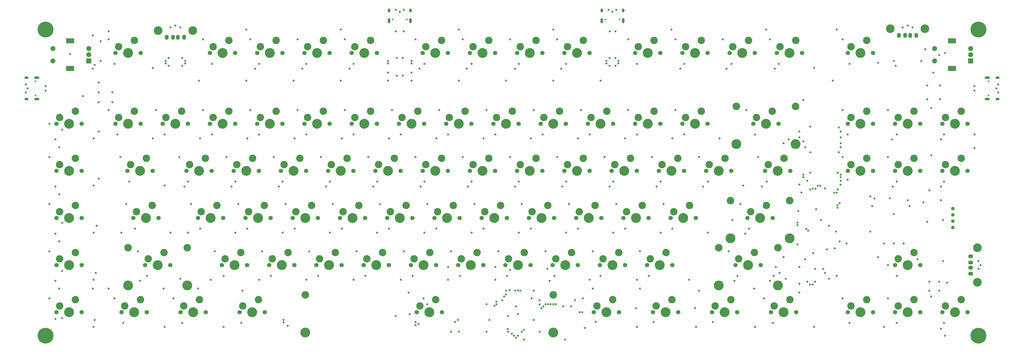
<source format=gts>
%TF.GenerationSoftware,KiCad,Pcbnew,(5.1.10)-1*%
%TF.CreationDate,2021-10-23T23:06:02-04:00*%
%TF.ProjectId,custom_keyboard (f303_ fe2.1),63757374-6f6d-45f6-9b65-79626f617264,rev?*%
%TF.SameCoordinates,Original*%
%TF.FileFunction,Soldermask,Top*%
%TF.FilePolarity,Negative*%
%FSLAX46Y46*%
G04 Gerber Fmt 4.6, Leading zero omitted, Abs format (unit mm)*
G04 Created by KiCad (PCBNEW (5.1.10)-1) date 2021-10-23 23:06:02*
%MOMM*%
%LPD*%
G01*
G04 APERTURE LIST*
%ADD10C,4.000000*%
%ADD11C,1.750000*%
%ADD12C,3.000000*%
%ADD13C,0.650000*%
%ADD14O,1.000000X2.100000*%
%ADD15O,1.000000X1.600000*%
%ADD16C,3.987800*%
%ADD17C,3.048000*%
%ADD18C,3.500000*%
%ADD19O,2.000000X1.500000*%
%ADD20O,2.100000X1.000000*%
%ADD21O,1.600000X1.000000*%
%ADD22C,2.000000*%
%ADD23R,3.200000X2.000000*%
%ADD24R,2.000000X2.000000*%
%ADD25O,1.500000X2.000000*%
%ADD26C,1.397000*%
%ADD27C,6.400000*%
%ADD28C,0.800000*%
G04 APERTURE END LIST*
D10*
%TO.C,MX78*%
X427010600Y-253984000D03*
D11*
X421930600Y-253984000D03*
X432090600Y-253984000D03*
D12*
X423200600Y-251444000D03*
X429550600Y-248904000D03*
%TD*%
%TO.C,MX19*%
X172391800Y-191757600D03*
X166041800Y-194297600D03*
D11*
X174931800Y-196837600D03*
X164771800Y-196837600D03*
D10*
X169851800Y-196837600D03*
%TD*%
D13*
%TO.C,USB1*%
X225126000Y-154671900D03*
X219346000Y-154671900D03*
D14*
X217916000Y-155201900D03*
X226556000Y-155201900D03*
D15*
X217916000Y-151021900D03*
X226556000Y-151021900D03*
%TD*%
D10*
%TO.C,MX83*%
X234141500Y-273032800D03*
D11*
X229061500Y-273032800D03*
X239221500Y-273032800D03*
D12*
X230331500Y-270492800D03*
X236681500Y-267952800D03*
D16*
X184135250Y-281313200D03*
D17*
X184135250Y-266073200D03*
D16*
X284135050Y-281313200D03*
D17*
X284135050Y-266073200D03*
%TD*%
D10*
%TO.C,MX84*%
X305574500Y-273032800D03*
D11*
X300494500Y-273032800D03*
X310654500Y-273032800D03*
D12*
X301764500Y-270492800D03*
X308114500Y-267952800D03*
%TD*%
D18*
%TO.C,USB4*%
X455119000Y-246984000D03*
D19*
X452409000Y-257484000D03*
X452409000Y-254984000D03*
X452409000Y-252984000D03*
D18*
X455119000Y-260984000D03*
D19*
X452409000Y-250484000D03*
%TD*%
D10*
%TO.C,MX32*%
X446059400Y-196837600D03*
D11*
X440979400Y-196837600D03*
X451139400Y-196837600D03*
D12*
X442249400Y-194297600D03*
X448599400Y-191757600D03*
%TD*%
D13*
%TO.C,USB7*%
X459651900Y-185441000D03*
X459651900Y-179661000D03*
D20*
X459121900Y-178231000D03*
X459121900Y-186871000D03*
D21*
X463301900Y-178231000D03*
X463301900Y-186871000D03*
%TD*%
D22*
%TO.C,ROT1*%
X82331400Y-166439200D03*
X82331400Y-171439200D03*
D23*
X89331400Y-163339200D03*
X89331400Y-174539200D03*
D22*
X96831400Y-166439200D03*
X96831400Y-168939200D03*
D24*
X96831400Y-171439200D03*
%TD*%
D22*
%TO.C,ROT2*%
X437909000Y-166439200D03*
X437909000Y-171439200D03*
D23*
X444909000Y-163339200D03*
X444909000Y-174539200D03*
D22*
X452409000Y-166439200D03*
X452409000Y-168939200D03*
D24*
X452409000Y-171439200D03*
%TD*%
D18*
%TO.C,USB6*%
X420010600Y-158411100D03*
D25*
X430510600Y-161121100D03*
X428010600Y-161121100D03*
X426010600Y-161121100D03*
D18*
X434010600Y-158411100D03*
D25*
X423510600Y-161121100D03*
%TD*%
%TO.C,USB3*%
X128254200Y-161914800D03*
D18*
X138754200Y-159204800D03*
D25*
X130754200Y-161914800D03*
X132754200Y-161914800D03*
X135254200Y-161914800D03*
D18*
X124754200Y-159204800D03*
%TD*%
D21*
%TO.C,USB2*%
X71651900Y-178231000D03*
X71651900Y-186871000D03*
D20*
X75831900Y-178231000D03*
X75831900Y-186871000D03*
D13*
X75301900Y-185441000D03*
X75301900Y-179661000D03*
%TD*%
D15*
%TO.C,USB5*%
X312275600Y-151021900D03*
X303635600Y-151021900D03*
D14*
X312275600Y-155201900D03*
X303635600Y-155201900D03*
D13*
X305065600Y-154671900D03*
X310845600Y-154671900D03*
%TD*%
D26*
%TO.C,OL1*%
X445265700Y-231125200D03*
X445265700Y-233665200D03*
X445265700Y-236205200D03*
X445265700Y-238745200D03*
%TD*%
D10*
%TO.C,MX1*%
X112705400Y-168264400D03*
D11*
X107625400Y-168264400D03*
X117785400Y-168264400D03*
D12*
X108895400Y-165724400D03*
X115245400Y-163184400D03*
%TD*%
D10*
%TO.C,MX2*%
X150803000Y-168264400D03*
D11*
X145723000Y-168264400D03*
X155883000Y-168264400D03*
D12*
X146993000Y-165724400D03*
X153343000Y-163184400D03*
%TD*%
D10*
%TO.C,MX3*%
X169851800Y-168264400D03*
D11*
X164771800Y-168264400D03*
X174931800Y-168264400D03*
D12*
X166041800Y-165724400D03*
X172391800Y-163184400D03*
%TD*%
D10*
%TO.C,MX4*%
X188900600Y-168264400D03*
D11*
X183820600Y-168264400D03*
X193980600Y-168264400D03*
D12*
X185090600Y-165724400D03*
X191440600Y-163184400D03*
%TD*%
D10*
%TO.C,MX5*%
X207949400Y-168264400D03*
D11*
X202869400Y-168264400D03*
X213029400Y-168264400D03*
D12*
X204139400Y-165724400D03*
X210489400Y-163184400D03*
%TD*%
D10*
%TO.C,MX6*%
X236522600Y-168264400D03*
D11*
X231442600Y-168264400D03*
X241602600Y-168264400D03*
D12*
X232712600Y-165724400D03*
X239062600Y-163184400D03*
%TD*%
D10*
%TO.C,MX7*%
X255571400Y-168264400D03*
D11*
X250491400Y-168264400D03*
X260651400Y-168264400D03*
D12*
X251761400Y-165724400D03*
X258111400Y-163184400D03*
%TD*%
D10*
%TO.C,MX8*%
X274620200Y-168264400D03*
D11*
X269540200Y-168264400D03*
X279700200Y-168264400D03*
D12*
X270810200Y-165724400D03*
X277160200Y-163184400D03*
%TD*%
D10*
%TO.C,MX9*%
X293669000Y-168264400D03*
D11*
X288589000Y-168264400D03*
X298749000Y-168264400D03*
D12*
X289859000Y-165724400D03*
X296209000Y-163184400D03*
%TD*%
D10*
%TO.C,MX10*%
X322242200Y-168264400D03*
D11*
X317162200Y-168264400D03*
X327322200Y-168264400D03*
D12*
X318432200Y-165724400D03*
X324782200Y-163184400D03*
%TD*%
D10*
%TO.C,MX11*%
X341291000Y-168264400D03*
D11*
X336211000Y-168264400D03*
X346371000Y-168264400D03*
D12*
X337481000Y-165724400D03*
X343831000Y-163184400D03*
%TD*%
D10*
%TO.C,MX12*%
X360339800Y-168264400D03*
D11*
X355259800Y-168264400D03*
X365419800Y-168264400D03*
D12*
X356529800Y-165724400D03*
X362879800Y-163184400D03*
%TD*%
D10*
%TO.C,MX13*%
X379388600Y-168264400D03*
D11*
X374308600Y-168264400D03*
X384468600Y-168264400D03*
D12*
X375578600Y-165724400D03*
X381928600Y-163184400D03*
%TD*%
D10*
%TO.C,MX14*%
X407961800Y-168264400D03*
D11*
X402881800Y-168264400D03*
X413041800Y-168264400D03*
D12*
X404151800Y-165724400D03*
X410501800Y-163184400D03*
%TD*%
D10*
%TO.C,MX15*%
X88894400Y-196837600D03*
D11*
X83814400Y-196837600D03*
X93974400Y-196837600D03*
D12*
X85084400Y-194297600D03*
X91434400Y-191757600D03*
%TD*%
D10*
%TO.C,MX16*%
X112705400Y-196837600D03*
D11*
X107625400Y-196837600D03*
X117785400Y-196837600D03*
D12*
X108895400Y-194297600D03*
X115245400Y-191757600D03*
%TD*%
D10*
%TO.C,MX17*%
X131754200Y-196837600D03*
D11*
X126674200Y-196837600D03*
X136834200Y-196837600D03*
D12*
X127944200Y-194297600D03*
X134294200Y-191757600D03*
%TD*%
D10*
%TO.C,MX18*%
X150803000Y-196837600D03*
D11*
X145723000Y-196837600D03*
X155883000Y-196837600D03*
D12*
X146993000Y-194297600D03*
X153343000Y-191757600D03*
%TD*%
D10*
%TO.C,MX20*%
X188900600Y-196837600D03*
D11*
X183820600Y-196837600D03*
X193980600Y-196837600D03*
D12*
X185090600Y-194297600D03*
X191440600Y-191757600D03*
%TD*%
D10*
%TO.C,MX21*%
X207949400Y-196837600D03*
D11*
X202869400Y-196837600D03*
X213029400Y-196837600D03*
D12*
X204139400Y-194297600D03*
X210489400Y-191757600D03*
%TD*%
D10*
%TO.C,MX22*%
X226998200Y-196837600D03*
D11*
X221918200Y-196837600D03*
X232078200Y-196837600D03*
D12*
X223188200Y-194297600D03*
X229538200Y-191757600D03*
%TD*%
D10*
%TO.C,MX23*%
X246047000Y-196837600D03*
D11*
X240967000Y-196837600D03*
X251127000Y-196837600D03*
D12*
X242237000Y-194297600D03*
X248587000Y-191757600D03*
%TD*%
D10*
%TO.C,MX24*%
X265095800Y-196837600D03*
D11*
X260015800Y-196837600D03*
X270175800Y-196837600D03*
D12*
X261285800Y-194297600D03*
X267635800Y-191757600D03*
%TD*%
D10*
%TO.C,MX25*%
X284144600Y-196837600D03*
D11*
X279064600Y-196837600D03*
X289224600Y-196837600D03*
D12*
X280334600Y-194297600D03*
X286684600Y-191757600D03*
%TD*%
D10*
%TO.C,MX26*%
X303193400Y-196837600D03*
D11*
X298113400Y-196837600D03*
X308273400Y-196837600D03*
D12*
X299383400Y-194297600D03*
X305733400Y-191757600D03*
%TD*%
D10*
%TO.C,MX27*%
X322242200Y-196837600D03*
D11*
X317162200Y-196837600D03*
X327322200Y-196837600D03*
D12*
X318432200Y-194297600D03*
X324782200Y-191757600D03*
%TD*%
D10*
%TO.C,MX28*%
X341291000Y-196837600D03*
D11*
X336211000Y-196837600D03*
X346371000Y-196837600D03*
D12*
X337481000Y-194297600D03*
X343831000Y-191757600D03*
%TD*%
D10*
%TO.C,MX29*%
X369864200Y-196837600D03*
D11*
X364784200Y-196837600D03*
X374944200Y-196837600D03*
D12*
X366054200Y-194297600D03*
X372404200Y-191757600D03*
D17*
X357926200Y-189852600D03*
D16*
X357926200Y-205092600D03*
X381802200Y-205092600D03*
D17*
X381802200Y-189852600D03*
%TD*%
D10*
%TO.C,MX30*%
X407961800Y-196837600D03*
D11*
X402881800Y-196837600D03*
X413041800Y-196837600D03*
D12*
X404151800Y-194297600D03*
X410501800Y-191757600D03*
%TD*%
D10*
%TO.C,MX31*%
X427010600Y-196837600D03*
D11*
X421930600Y-196837600D03*
X432090600Y-196837600D03*
D12*
X423200600Y-194297600D03*
X429550600Y-191757600D03*
%TD*%
D10*
%TO.C,MX33*%
X88894400Y-215886400D03*
D11*
X83814400Y-215886400D03*
X93974400Y-215886400D03*
D12*
X85084400Y-213346400D03*
X91434400Y-210806400D03*
%TD*%
D10*
%TO.C,MX34*%
X117467600Y-215886400D03*
D11*
X112387600Y-215886400D03*
X122547600Y-215886400D03*
D12*
X113657600Y-213346400D03*
X120007600Y-210806400D03*
%TD*%
D10*
%TO.C,MX35*%
X141278600Y-215886400D03*
D11*
X136198600Y-215886400D03*
X146358600Y-215886400D03*
D12*
X137468600Y-213346400D03*
X143818600Y-210806400D03*
%TD*%
D10*
%TO.C,MX36*%
X160327400Y-215886400D03*
D11*
X155247400Y-215886400D03*
X165407400Y-215886400D03*
D12*
X156517400Y-213346400D03*
X162867400Y-210806400D03*
%TD*%
D10*
%TO.C,MX37*%
X179376200Y-215886400D03*
D11*
X174296200Y-215886400D03*
X184456200Y-215886400D03*
D12*
X175566200Y-213346400D03*
X181916200Y-210806400D03*
%TD*%
D10*
%TO.C,MX38*%
X198425000Y-215886400D03*
D11*
X193345000Y-215886400D03*
X203505000Y-215886400D03*
D12*
X194615000Y-213346400D03*
X200965000Y-210806400D03*
%TD*%
D10*
%TO.C,MX39*%
X217473800Y-215886400D03*
D11*
X212393800Y-215886400D03*
X222553800Y-215886400D03*
D12*
X213663800Y-213346400D03*
X220013800Y-210806400D03*
%TD*%
D10*
%TO.C,MX40*%
X236522600Y-215886400D03*
D11*
X231442600Y-215886400D03*
X241602600Y-215886400D03*
D12*
X232712600Y-213346400D03*
X239062600Y-210806400D03*
%TD*%
D10*
%TO.C,MX41*%
X255571400Y-215886400D03*
D11*
X250491400Y-215886400D03*
X260651400Y-215886400D03*
D12*
X251761400Y-213346400D03*
X258111400Y-210806400D03*
%TD*%
D10*
%TO.C,MX42*%
X274620200Y-215886400D03*
D11*
X269540200Y-215886400D03*
X279700200Y-215886400D03*
D12*
X270810200Y-213346400D03*
X277160200Y-210806400D03*
%TD*%
D10*
%TO.C,MX43*%
X293669000Y-215886400D03*
D11*
X288589000Y-215886400D03*
X298749000Y-215886400D03*
D12*
X289859000Y-213346400D03*
X296209000Y-210806400D03*
%TD*%
D10*
%TO.C,MX45*%
X331766600Y-215886400D03*
D11*
X326686600Y-215886400D03*
X336846600Y-215886400D03*
D12*
X327956600Y-213346400D03*
X334306600Y-210806400D03*
%TD*%
D10*
%TO.C,MX46*%
X350815400Y-215886400D03*
D11*
X345735400Y-215886400D03*
X355895400Y-215886400D03*
D12*
X347005400Y-213346400D03*
X353355400Y-210806400D03*
%TD*%
D10*
%TO.C,MX48*%
X407961800Y-215886400D03*
D11*
X402881800Y-215886400D03*
X413041800Y-215886400D03*
D12*
X404151800Y-213346400D03*
X410501800Y-210806400D03*
%TD*%
D10*
%TO.C,MX49*%
X427010600Y-215886400D03*
D11*
X421930600Y-215886400D03*
X432090600Y-215886400D03*
D12*
X423200600Y-213346400D03*
X429550600Y-210806400D03*
%TD*%
D10*
%TO.C,MX51*%
X88894400Y-234935200D03*
D11*
X83814400Y-234935200D03*
X93974400Y-234935200D03*
D12*
X85084400Y-232395200D03*
X91434400Y-229855200D03*
%TD*%
D10*
%TO.C,MX52*%
X119848700Y-234935200D03*
D11*
X114768700Y-234935200D03*
X124928700Y-234935200D03*
D12*
X116038700Y-232395200D03*
X122388700Y-229855200D03*
%TD*%
D10*
%TO.C,MX53*%
X145982500Y-234935200D03*
D11*
X140902500Y-234935200D03*
X151062500Y-234935200D03*
D12*
X142172500Y-232395200D03*
X148522500Y-229855200D03*
%TD*%
D10*
%TO.C,MX54*%
X165089600Y-234935200D03*
D11*
X160009600Y-234935200D03*
X170169600Y-234935200D03*
D12*
X161279600Y-232395200D03*
X167629600Y-229855200D03*
%TD*%
D10*
%TO.C,MX55*%
X184138400Y-234935200D03*
D11*
X179058400Y-234935200D03*
X189218400Y-234935200D03*
D12*
X180328400Y-232395200D03*
X186678400Y-229855200D03*
%TD*%
D10*
%TO.C,MX56*%
X203187200Y-234935200D03*
D11*
X198107200Y-234935200D03*
X208267200Y-234935200D03*
D12*
X199377200Y-232395200D03*
X205727200Y-229855200D03*
%TD*%
D10*
%TO.C,MX57*%
X222236000Y-234935200D03*
D11*
X217156000Y-234935200D03*
X227316000Y-234935200D03*
D12*
X218426000Y-232395200D03*
X224776000Y-229855200D03*
%TD*%
D10*
%TO.C,MX59*%
X260333600Y-234935200D03*
D11*
X255253600Y-234935200D03*
X265413600Y-234935200D03*
D12*
X256523600Y-232395200D03*
X262873600Y-229855200D03*
%TD*%
D10*
%TO.C,MX60*%
X279382400Y-234935200D03*
D11*
X274302400Y-234935200D03*
X284462400Y-234935200D03*
D12*
X275572400Y-232395200D03*
X281922400Y-229855200D03*
%TD*%
D10*
%TO.C,MX61*%
X298431200Y-234935200D03*
D11*
X293351200Y-234935200D03*
X303511200Y-234935200D03*
D12*
X294621200Y-232395200D03*
X300971200Y-229855200D03*
%TD*%
D10*
%TO.C,MX63*%
X336528800Y-234935200D03*
D11*
X331448800Y-234935200D03*
X341608800Y-234935200D03*
D12*
X332718800Y-232395200D03*
X339068800Y-229855200D03*
%TD*%
D10*
%TO.C,MX65*%
X88894400Y-253984000D03*
D11*
X83814400Y-253984000D03*
X93974400Y-253984000D03*
D12*
X85084400Y-251444000D03*
X91434400Y-248904000D03*
%TD*%
D10*
%TO.C,MX66*%
X124610900Y-253984000D03*
D11*
X119530900Y-253984000D03*
X129690900Y-253984000D03*
D12*
X120800900Y-251444000D03*
X127150900Y-248904000D03*
D16*
X112672900Y-262239000D03*
X136548900Y-262239000D03*
D17*
X112672900Y-246999000D03*
X136548900Y-246999000D03*
%TD*%
D10*
%TO.C,MX67*%
X155565200Y-253984000D03*
D11*
X150485200Y-253984000D03*
X160645200Y-253984000D03*
D12*
X151755200Y-251444000D03*
X158105200Y-248904000D03*
%TD*%
D10*
%TO.C,MX68*%
X174614000Y-253984000D03*
D11*
X169534000Y-253984000D03*
X179694000Y-253984000D03*
D12*
X170804000Y-251444000D03*
X177154000Y-248904000D03*
%TD*%
D10*
%TO.C,MX69*%
X193662800Y-253984000D03*
D11*
X188582800Y-253984000D03*
X198742800Y-253984000D03*
D12*
X189852800Y-251444000D03*
X196202800Y-248904000D03*
%TD*%
D10*
%TO.C,MX70*%
X212711600Y-253984000D03*
D11*
X207631600Y-253984000D03*
X217791600Y-253984000D03*
D12*
X208901600Y-251444000D03*
X215251600Y-248904000D03*
%TD*%
D10*
%TO.C,MX71*%
X231760400Y-253984000D03*
D11*
X226680400Y-253984000D03*
X236840400Y-253984000D03*
D12*
X227950400Y-251444000D03*
X234300400Y-248904000D03*
%TD*%
D10*
%TO.C,MX72*%
X250809200Y-253984000D03*
D11*
X245729200Y-253984000D03*
X255889200Y-253984000D03*
D12*
X246999200Y-251444000D03*
X253349200Y-248904000D03*
%TD*%
D10*
%TO.C,MX73*%
X269858000Y-253984000D03*
D11*
X264778000Y-253984000D03*
X274938000Y-253984000D03*
D12*
X266048000Y-251444000D03*
X272398000Y-248904000D03*
%TD*%
D10*
%TO.C,MX74*%
X288906800Y-253984000D03*
D11*
X283826800Y-253984000D03*
X293986800Y-253984000D03*
D12*
X285096800Y-251444000D03*
X291446800Y-248904000D03*
%TD*%
D10*
%TO.C,MX75*%
X307955600Y-253984000D03*
D11*
X302875600Y-253984000D03*
X313035600Y-253984000D03*
D12*
X304145600Y-251444000D03*
X310495600Y-248904000D03*
%TD*%
D10*
%TO.C,MX76*%
X327004400Y-253984000D03*
D11*
X321924400Y-253984000D03*
X332084400Y-253984000D03*
D12*
X323194400Y-251444000D03*
X329544400Y-248904000D03*
%TD*%
D17*
%TO.C,MX77*%
X374690650Y-246999000D03*
X350814650Y-246999000D03*
D16*
X374690650Y-262239000D03*
X350814650Y-262239000D03*
D12*
X365260900Y-248904000D03*
X358910900Y-251444000D03*
D11*
X367800900Y-253984000D03*
X357640900Y-253984000D03*
D10*
X362720900Y-253984000D03*
%TD*%
%TO.C,MX79*%
X88894400Y-273032800D03*
D11*
X83814400Y-273032800D03*
X93974400Y-273032800D03*
D12*
X85084400Y-270492800D03*
X91434400Y-267952800D03*
%TD*%
D10*
%TO.C,MX80*%
X115086500Y-273032800D03*
D11*
X110006500Y-273032800D03*
X120166500Y-273032800D03*
D12*
X111276500Y-270492800D03*
X117626500Y-267952800D03*
%TD*%
D10*
%TO.C,MX81*%
X138897500Y-273032800D03*
D11*
X133817500Y-273032800D03*
X143977500Y-273032800D03*
D12*
X135087500Y-270492800D03*
X141437500Y-267952800D03*
%TD*%
D10*
%TO.C,MX82*%
X162708500Y-273032800D03*
D11*
X157628500Y-273032800D03*
X167788500Y-273032800D03*
D12*
X158898500Y-270492800D03*
X165248500Y-267952800D03*
%TD*%
D10*
%TO.C,MX85*%
X329385500Y-273032800D03*
D11*
X324305500Y-273032800D03*
X334465500Y-273032800D03*
D12*
X325575500Y-270492800D03*
X331925500Y-267952800D03*
%TD*%
D10*
%TO.C,MX86*%
X353196500Y-273032800D03*
D11*
X348116500Y-273032800D03*
X358276500Y-273032800D03*
D12*
X349386500Y-270492800D03*
X355736500Y-267952800D03*
%TD*%
D10*
%TO.C,MX89*%
X427010600Y-273032800D03*
D11*
X421930600Y-273032800D03*
X432090600Y-273032800D03*
D12*
X423200600Y-270492800D03*
X429550600Y-267952800D03*
%TD*%
D10*
%TO.C,MX64*%
X367483100Y-234935200D03*
D11*
X362403100Y-234935200D03*
X372563100Y-234935200D03*
D12*
X363673100Y-232395200D03*
X370023100Y-229855200D03*
D16*
X355545100Y-243190200D03*
X379421100Y-243190200D03*
D17*
X355545100Y-227950200D03*
X379421100Y-227950200D03*
%TD*%
D10*
%TO.C,MX47*%
X374626400Y-215886400D03*
D11*
X369546400Y-215886400D03*
X379706400Y-215886400D03*
D12*
X370816400Y-213346400D03*
X377166400Y-210806400D03*
%TD*%
D10*
%TO.C,MX44*%
X312717800Y-215886400D03*
D11*
X307637800Y-215886400D03*
X317797800Y-215886400D03*
D12*
X308907800Y-213346400D03*
X315257800Y-210806400D03*
%TD*%
D27*
%TO.C,H1*%
X79370000Y-158740000D03*
%TD*%
%TO.C,H2*%
X79370000Y-282557200D03*
%TD*%
%TO.C,H3*%
X455583800Y-158740000D03*
%TD*%
%TO.C,H4*%
X455583800Y-282557200D03*
%TD*%
D10*
%TO.C,MX88*%
X407961800Y-273032800D03*
D11*
X402881800Y-273032800D03*
X413041800Y-273032800D03*
D12*
X404151800Y-270492800D03*
X410501800Y-267952800D03*
%TD*%
D10*
%TO.C,MX87*%
X377007500Y-273032800D03*
D11*
X371927500Y-273032800D03*
X382087500Y-273032800D03*
D12*
X373197500Y-270492800D03*
X379547500Y-267952800D03*
%TD*%
D10*
%TO.C,MX50*%
X446059400Y-215886400D03*
D11*
X440979400Y-215886400D03*
X451139400Y-215886400D03*
D12*
X442249400Y-213346400D03*
X448599400Y-210806400D03*
%TD*%
D10*
%TO.C,MX90*%
X446059400Y-273032800D03*
D11*
X440979400Y-273032800D03*
X451139400Y-273032800D03*
D12*
X442249400Y-270492800D03*
X448599400Y-267952800D03*
%TD*%
D10*
%TO.C,MX58*%
X241284800Y-234935200D03*
D11*
X236204800Y-234935200D03*
X246364800Y-234935200D03*
D12*
X237474800Y-232395200D03*
X243824800Y-229855200D03*
%TD*%
D10*
%TO.C,MX62*%
X317480000Y-234935200D03*
D11*
X312400000Y-234935200D03*
X322560000Y-234935200D03*
D12*
X313670000Y-232395200D03*
X320020000Y-229855200D03*
%TD*%
D28*
X141675450Y-239300550D03*
X387722450Y-223426550D03*
X387722450Y-216680100D03*
X387722450Y-208346250D03*
X387722450Y-198028150D03*
X434947600Y-186916350D03*
X241681650Y-259936750D03*
X260730450Y-259936750D03*
X348434300Y-277001300D03*
X324623300Y-277001300D03*
X301209150Y-276932600D03*
X372642150Y-277398150D03*
X439709800Y-260730450D03*
X383357100Y-261524150D03*
X229776150Y-277795000D03*
X383357100Y-221442300D03*
X265492650Y-258349350D03*
X241681650Y-254777700D03*
X260730450Y-254777700D03*
X383357100Y-265095800D03*
X266683200Y-255968250D03*
X281763500Y-255571400D03*
X99212500Y-173026600D03*
X275413900Y-267476900D03*
X399231100Y-198425000D03*
X399231100Y-208346250D03*
X306765050Y-170248650D03*
X309146150Y-170248650D03*
X306765050Y-173423450D03*
X309146150Y-173423450D03*
X434947600Y-181360450D03*
X435741300Y-260730450D03*
X435741300Y-264302100D03*
X439709800Y-264302100D03*
X383357100Y-254777700D03*
X386531900Y-260730450D03*
X389706700Y-260730450D03*
X422248400Y-173423450D03*
X223426550Y-177391950D03*
X221045450Y-170248650D03*
X223426550Y-170248650D03*
X134532150Y-173423450D03*
X134532150Y-170248650D03*
X128976250Y-173423450D03*
X128976250Y-170248650D03*
X389706700Y-255571400D03*
X221045450Y-177391950D03*
X385738200Y-251602900D03*
X440106650Y-181360450D03*
X440106650Y-186916350D03*
X265095800Y-264302100D03*
X242872200Y-280969800D03*
X244459600Y-277001300D03*
X246047000Y-280969800D03*
X176995100Y-278588700D03*
X282557200Y-260333600D03*
X278588700Y-280969800D03*
X365102000Y-263508400D03*
X442884600Y-261127300D03*
X441297200Y-252396600D03*
X430979100Y-251602900D03*
X83338500Y-222236000D03*
X396850000Y-179376200D03*
X317480000Y-271445400D03*
X341291000Y-271445400D03*
X296050100Y-267476900D03*
X291287900Y-270651700D03*
X269064300Y-270651700D03*
X269858000Y-273826500D03*
X265889500Y-274620200D03*
X388913000Y-249221800D03*
X146040800Y-259936750D03*
X117467600Y-260333600D03*
X361530350Y-241284800D03*
X356371300Y-235728900D03*
X83338500Y-241284800D03*
X83338500Y-260333600D03*
X83338500Y-275810750D03*
X140881750Y-263508400D03*
X126992000Y-263508400D03*
X98418800Y-263508400D03*
X104768400Y-263508400D03*
X83338500Y-203187200D03*
X89291250Y-168661250D03*
X84925900Y-263508400D03*
X84925900Y-244459600D03*
X84925900Y-225410800D03*
X84925900Y-206362000D03*
X303193400Y-179376200D03*
X284144600Y-179376200D03*
X265095800Y-179376200D03*
X246047000Y-179376200D03*
X226998200Y-179376200D03*
X217473800Y-179376200D03*
X198425000Y-179376200D03*
X179376200Y-179376200D03*
X160327400Y-179376200D03*
X141278600Y-179376200D03*
X101593600Y-163502200D03*
X203584050Y-172629750D03*
X146437650Y-172629750D03*
X122626650Y-174217150D03*
X358355550Y-258349350D03*
X363117750Y-239300550D03*
X422645250Y-258349350D03*
X120245550Y-258349350D03*
X107149500Y-172629750D03*
X441694050Y-277398150D03*
X422645250Y-277398150D03*
X403596450Y-277398150D03*
X158343150Y-277398150D03*
X284541450Y-258349350D03*
X303193400Y-258349350D03*
X322639050Y-258349350D03*
X371451600Y-260333600D03*
X246443850Y-258349350D03*
X227395050Y-258349350D03*
X208346250Y-258349350D03*
X189297450Y-258349350D03*
X170248650Y-258349350D03*
X151199850Y-258349350D03*
X251206050Y-220251750D03*
X249618650Y-222236000D03*
X232157250Y-220251750D03*
X230569850Y-222236000D03*
X213108450Y-220251750D03*
X211521050Y-222236000D03*
X194059650Y-220251750D03*
X192472250Y-222236000D03*
X175010850Y-220251750D03*
X173423450Y-222236000D03*
X155962050Y-220251750D03*
X154374650Y-222236000D03*
X136913250Y-220251750D03*
X135325850Y-222236000D03*
X127388850Y-221839150D03*
X113102250Y-220251750D03*
X86116450Y-236919450D03*
X109927450Y-240887950D03*
X115483350Y-239300550D03*
X129769950Y-240887950D03*
X368276800Y-222236000D03*
X360736650Y-221839150D03*
X268667450Y-222236000D03*
X270254850Y-220251750D03*
X287716250Y-222236000D03*
X289303650Y-220251750D03*
X306765050Y-222236000D03*
X308352450Y-220251750D03*
X325813850Y-222236000D03*
X327401250Y-220251750D03*
X346450050Y-220251750D03*
X344465800Y-222236000D03*
X370261050Y-220251750D03*
X421057850Y-222236000D03*
X402802750Y-219458050D03*
X422645250Y-220251750D03*
X440503500Y-222236000D03*
X441694050Y-220251750D03*
X453996400Y-206758850D03*
X453996400Y-201202950D03*
X441694050Y-201202950D03*
X440503500Y-203187200D03*
X422645250Y-201202950D03*
X420661000Y-203187200D03*
X402802750Y-201202950D03*
X146437650Y-201202950D03*
X378991750Y-203187200D03*
X365498850Y-201202950D03*
X351212250Y-202790350D03*
X336925650Y-201202950D03*
X332163450Y-202790350D03*
X317876850Y-201202950D03*
X313114650Y-202790350D03*
X298828050Y-201202950D03*
X294065850Y-202790350D03*
X279779250Y-201202950D03*
X275017050Y-202790350D03*
X260730450Y-201202950D03*
X255968250Y-202790350D03*
X241681650Y-201202950D03*
X236919450Y-202790350D03*
X222632850Y-201202950D03*
X203584050Y-201202950D03*
X217870650Y-202790350D03*
X198821850Y-202790350D03*
X184535250Y-201202950D03*
X179773050Y-202790350D03*
X165486450Y-201202950D03*
X160724250Y-202790350D03*
X141675450Y-202790350D03*
X127388850Y-201202950D03*
X122626650Y-202790350D03*
X86116450Y-199218700D03*
X108340050Y-201202950D03*
X389309850Y-174217150D03*
X403596450Y-172629750D03*
X375023250Y-172629750D03*
X201996650Y-174614000D03*
X184535250Y-172629750D03*
X182947850Y-174614000D03*
X165486450Y-172629750D03*
X163899050Y-174614000D03*
X335338250Y-174614000D03*
X317876850Y-172629750D03*
X353990200Y-174614000D03*
X336925650Y-172629750D03*
X373435850Y-174614000D03*
X355974450Y-172629750D03*
X287319400Y-174614000D03*
X289303650Y-172629750D03*
X268667450Y-174614000D03*
X270254850Y-172629750D03*
X251206050Y-172629750D03*
X232157250Y-172629750D03*
X249221800Y-174614000D03*
X86116450Y-275413900D03*
X110721150Y-277398150D03*
X134532150Y-277398150D03*
X382563400Y-245650150D03*
X377007500Y-250809200D03*
X373832700Y-254777700D03*
X86116450Y-256365100D03*
X160724250Y-239300550D03*
X179773050Y-239300550D03*
X198821850Y-239300550D03*
X217870650Y-239300550D03*
X236919450Y-239300550D03*
X255968250Y-239300550D03*
X275017050Y-239300550D03*
X294065850Y-239300550D03*
X313114650Y-239300550D03*
X332163450Y-239300550D03*
X397643700Y-247237550D03*
X440503500Y-279779250D03*
X417486200Y-278985550D03*
X389309850Y-278985550D03*
X365498850Y-278985550D03*
X341687850Y-278985550D03*
X317876850Y-278985550D03*
X151199850Y-278985550D03*
X127388850Y-278985550D03*
X98815650Y-278985550D03*
X98815650Y-202790350D03*
X98815650Y-221839150D03*
X346450050Y-240887950D03*
X327401250Y-240887950D03*
X308352450Y-240887950D03*
X289303650Y-240887950D03*
X270254850Y-240887950D03*
X251206050Y-240887950D03*
X232157250Y-240887950D03*
X213108450Y-240887950D03*
X194059650Y-240887950D03*
X175010850Y-240887950D03*
X155962050Y-240887950D03*
X136913250Y-240887950D03*
X98815650Y-240887950D03*
X98815650Y-259936750D03*
X133738450Y-259539900D03*
X165486450Y-259936750D03*
X338909900Y-259936750D03*
X317876850Y-259936750D03*
X298828050Y-259936750D03*
X222632850Y-259936750D03*
X203584050Y-259936750D03*
X184535250Y-259936750D03*
X257158800Y-280969800D03*
X246047000Y-158740000D03*
X284144600Y-158740000D03*
X160327400Y-158740000D03*
X198425000Y-158740000D03*
X331766600Y-158740000D03*
X369864200Y-158740000D03*
X398437400Y-158740000D03*
X437328700Y-176201400D03*
X384944500Y-203980900D03*
X231760400Y-267476900D03*
X233347800Y-269858000D03*
X357165000Y-260333600D03*
X100799900Y-188106900D03*
X106355800Y-188106900D03*
X100799900Y-184138400D03*
X106355800Y-184138400D03*
X395262600Y-238110000D03*
X226204500Y-273826500D03*
X382960250Y-232157250D03*
X392881500Y-255571400D03*
X398040550Y-240491100D03*
X230173000Y-174614000D03*
X398834250Y-216680100D03*
X398834250Y-223426550D03*
X394468900Y-247634400D03*
X412724000Y-230173000D03*
X421454700Y-233347800D03*
X411930300Y-240491100D03*
X402405900Y-245253300D03*
X417486200Y-245253300D03*
X421454700Y-245253300D03*
X425423200Y-245253300D03*
X415105100Y-250809200D03*
X440503500Y-227791900D03*
X433360200Y-228585600D03*
X263508400Y-268270600D03*
X288906800Y-284144600D03*
X442090900Y-282557200D03*
X400024800Y-204774600D03*
X377007500Y-204774600D03*
X217473800Y-176201400D03*
X226998200Y-176201400D03*
X392087800Y-235728900D03*
X393675200Y-223029700D03*
X94450300Y-185725800D03*
X100799900Y-180169900D03*
X399627950Y-244459600D03*
X399627950Y-228982450D03*
X390103550Y-231363550D03*
X411930300Y-226204500D03*
X427804300Y-230173000D03*
X419873937Y-226984667D03*
X413633503Y-227114003D03*
X434947600Y-236522600D03*
X129769950Y-157946300D03*
X133738450Y-157946300D03*
X425026350Y-157946300D03*
X428994850Y-157946300D03*
X222236000Y-151596700D03*
X220648600Y-150803000D03*
X223823400Y-150803000D03*
X306368200Y-150803000D03*
X309543000Y-150803000D03*
X427010600Y-157152600D03*
X463520800Y-180963600D03*
X463520800Y-184138400D03*
X71433000Y-184138400D03*
X71433000Y-180963600D03*
X455583800Y-255571400D03*
X455583800Y-252396600D03*
X462727100Y-182551000D03*
X307955600Y-151596700D03*
X131754200Y-157152600D03*
X72226700Y-182551000D03*
X456377500Y-253984000D03*
X257158800Y-269858000D03*
X123817200Y-191281700D03*
X133341600Y-210330500D03*
X138103800Y-229379300D03*
X147628200Y-248428100D03*
X130960500Y-267476900D03*
X272239100Y-280176100D03*
X107149500Y-267476900D03*
X116673900Y-248428100D03*
X111911700Y-229379300D03*
X109530600Y-210330500D03*
X104768400Y-191281700D03*
X104768400Y-162708500D03*
X271445400Y-280969800D03*
X166677000Y-248428100D03*
X157152600Y-229379300D03*
X152390400Y-210330500D03*
X142866000Y-191281700D03*
X142866000Y-162708500D03*
X276207600Y-276207600D03*
X158740000Y-264302100D03*
X100799900Y-219061200D03*
X384944500Y-217473800D03*
X400024800Y-217473800D03*
X267476900Y-281763500D03*
X393675200Y-257158800D03*
X375420100Y-257158800D03*
X99609350Y-257158800D03*
X269064300Y-283350900D03*
X127785700Y-171439200D03*
X135722700Y-171439200D03*
X421454700Y-171439200D03*
X101593600Y-171439200D03*
X310336700Y-171439200D03*
X305574500Y-171439200D03*
X226998200Y-171439200D03*
X217473800Y-171439200D03*
X432566500Y-171439200D03*
X265746005Y-279827289D03*
X100006200Y-238110000D03*
X268270600Y-282557200D03*
X175407700Y-276207600D03*
X228585600Y-277001300D03*
X99212500Y-276207600D03*
X269858000Y-282557200D03*
X292875300Y-268270600D03*
X415105100Y-172232900D03*
X384944500Y-187313200D03*
X400024800Y-206362000D03*
X385738200Y-206362000D03*
X384150800Y-224617100D03*
X399978484Y-221488616D03*
X80957400Y-210330500D03*
X80957400Y-229379300D03*
X80957400Y-248428100D03*
X80957400Y-267476900D03*
X80957400Y-196837600D03*
X272239100Y-284144600D03*
X161914800Y-162708500D03*
X161914800Y-191281700D03*
X171439200Y-210330500D03*
X176201400Y-229379300D03*
X185725800Y-248428100D03*
X260449403Y-270535897D03*
X204774600Y-248428100D03*
X195250200Y-229379300D03*
X190488000Y-210330500D03*
X180963600Y-191281700D03*
X180963600Y-162708500D03*
X261156511Y-269828789D03*
X223823400Y-248428100D03*
X214299000Y-229379300D03*
X209536800Y-210330500D03*
X200012400Y-191281700D03*
X200012400Y-162708500D03*
X261150436Y-268797409D03*
X225807650Y-265095800D03*
X242872200Y-248428100D03*
X233347800Y-229379300D03*
X228585600Y-210330500D03*
X219061200Y-191281700D03*
X228585600Y-162708500D03*
X264302100Y-266683200D03*
X261921000Y-248428100D03*
X252396600Y-229379300D03*
X247634400Y-210330500D03*
X238110000Y-191281700D03*
X247634400Y-162708500D03*
X265095800Y-265889500D03*
X279382400Y-271445400D03*
X280176100Y-270651700D03*
X439709800Y-169058100D03*
X104768400Y-159533700D03*
X281982454Y-269845349D03*
X98418800Y-161121100D03*
X278588700Y-268270600D03*
X387594300Y-261921000D03*
X295781400Y-273032800D03*
X388644300Y-261921000D03*
X294731400Y-273032800D03*
X398774800Y-230850500D03*
X397378150Y-224747865D03*
X398774800Y-229800500D03*
X398428150Y-224747865D03*
X389834850Y-223146153D03*
X382563400Y-236791300D03*
X388784850Y-223146153D03*
X382563400Y-237841300D03*
X386160668Y-239326168D03*
X391819100Y-221953260D03*
X386903132Y-240068632D03*
X390769100Y-221953260D03*
X245650150Y-276207600D03*
X436535000Y-190488000D03*
X436535000Y-209536800D03*
X436535000Y-266683200D03*
X283005990Y-269843579D03*
X419073600Y-267476900D03*
X419073600Y-210330500D03*
X419073600Y-191281700D03*
X419073600Y-253984000D03*
X284144600Y-269858000D03*
X258349350Y-276207600D03*
X220648600Y-274620200D03*
X100799900Y-200012400D03*
X400024800Y-200012400D03*
X383357100Y-200012400D03*
X265889500Y-280969800D03*
X280969800Y-248428100D03*
X271445400Y-229379300D03*
X266683200Y-210330500D03*
X257158800Y-191281700D03*
X266683200Y-162708500D03*
X266520600Y-264139500D03*
X285732000Y-162708500D03*
X276207600Y-191281700D03*
X285732000Y-210330500D03*
X290494200Y-229379300D03*
X300018600Y-248428100D03*
X300018600Y-263508400D03*
X319067400Y-248428100D03*
X309543000Y-229379300D03*
X304780800Y-210330500D03*
X295256400Y-191281700D03*
X314305200Y-162708500D03*
X319067400Y-263508400D03*
X268812873Y-264378823D03*
X333354000Y-162708500D03*
X314305200Y-191281700D03*
X323829600Y-210330500D03*
X328591800Y-229379300D03*
X269858000Y-264233400D03*
X342878400Y-210330500D03*
X333354000Y-191281700D03*
X352402800Y-162708500D03*
X342878400Y-264302100D03*
X270854277Y-264319634D03*
X354783900Y-248428100D03*
X359546100Y-229379300D03*
X361927200Y-191281700D03*
X366689400Y-210330500D03*
X371451600Y-162708500D03*
X369070500Y-267476900D03*
X276207600Y-264302100D03*
X400818500Y-162708500D03*
X400818500Y-191281700D03*
X400818500Y-210330500D03*
X400818500Y-267476900D03*
X285144603Y-269858000D03*
X442090900Y-168264400D03*
X280969800Y-269858000D03*
X98418800Y-174614000D03*
X278588700Y-269905103D03*
X135722700Y-172439203D03*
X127785700Y-172439203D03*
X226998200Y-172439203D03*
X217473800Y-172439203D03*
X310336700Y-172439203D03*
X305574500Y-172439203D03*
X400024800Y-202393500D03*
X383357100Y-202393500D03*
X400024800Y-218473803D03*
X384944500Y-218473803D03*
X373039000Y-258349350D03*
X398437400Y-258349350D03*
X175407700Y-277207603D03*
X228585600Y-278191850D03*
X220648600Y-159533700D03*
X223823400Y-159533700D03*
X306909602Y-159533700D03*
X309146150Y-159533700D03*
X453996400Y-181626000D03*
X453996400Y-183476000D03*
X79370000Y-181626000D03*
X79370000Y-183476000D03*
X395262600Y-259539900D03*
X377801200Y-259539900D03*
X288113100Y-270651700D03*
X296843800Y-279382400D03*
X386531900Y-219854900D03*
X400024800Y-219854900D03*
X427010600Y-227791900D03*
X434153900Y-166677000D03*
X435741300Y-223823400D03*
X441297200Y-235728900D03*
M02*

</source>
